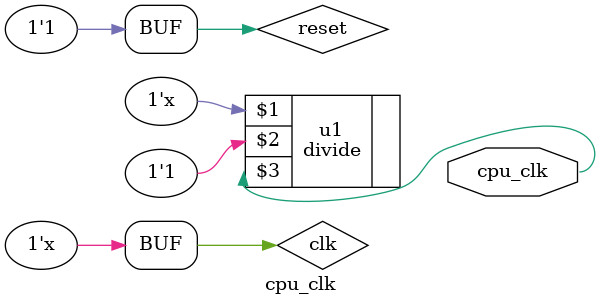
<source format=v>
`timescale 1ns / 1ps


module cpu_clk(cpu_clk);
output cpu_clk;
reg reset;
reg clk;
    divide u1(clk,reset,cpu_clk);
    initial begin
        clk = 0;reset=0;
        #5 reset=1;
    end
    always #5 clk=!clk;
    
endmodule

</source>
